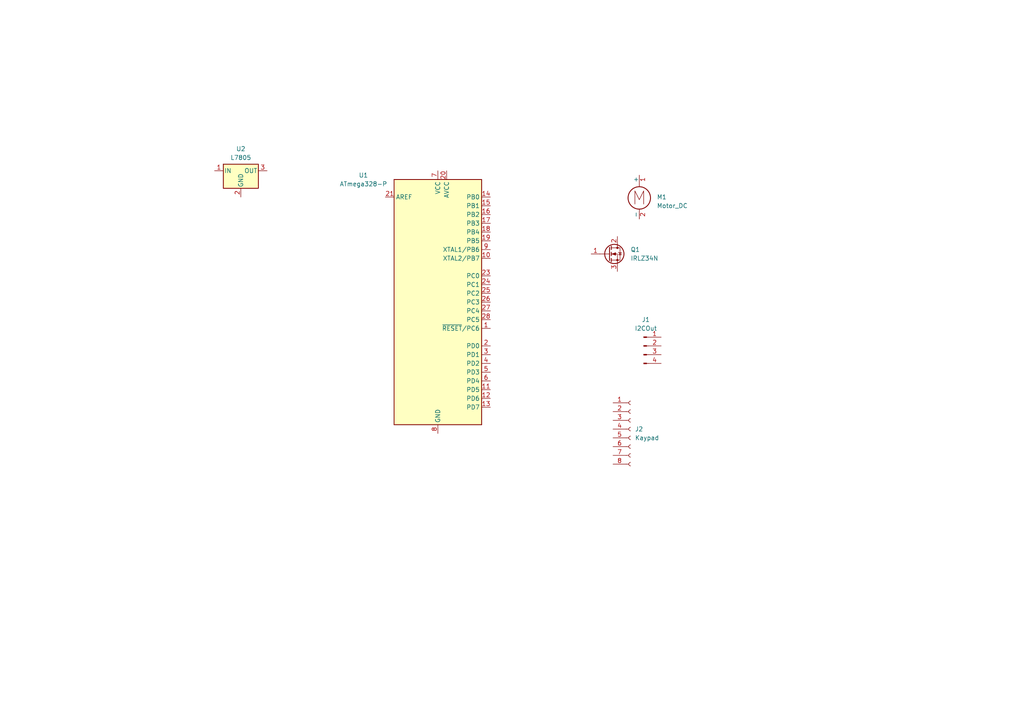
<source format=kicad_sch>
(kicad_sch (version 20231120) (generator "eeschema") (generator_version "8.0")
  (paper "A4")
  (lib_symbols
    (symbol "Connector:Conn_01x04_Pin" (pin_names (offset 1.016) hide)
      (property "Reference" "J" (at 0 5.08 0))
      (property "Value" "Conn_01x04_Pin" (at 0 -7.62 0))
      (symbol "Conn_01x04_Pin_1_1"
        (polyline (pts (xy 1.27 -5.08) (xy 0.8636 -5.08)) (stroke (width 0.1524)))
        (polyline (pts (xy 1.27 -2.54) (xy 0.8636 -2.54)) (stroke (width 0.1524)))
        (polyline (pts (xy 1.27 0) (xy 0.8636 0)) (stroke (width 0.1524)))
        (polyline (pts (xy 1.27 2.54) (xy 0.8636 2.54)) (stroke (width 0.1524)))
        (rectangle (start 0.8636 -4.953) (end 0 -5.207) (stroke (width 0.1524)) (fill (type outline)))
        (rectangle (start 0.8636 -2.413) (end 0 -2.667) (stroke (width 0.1524)) (fill (type outline)))
        (rectangle (start 0.8636 0.127) (end 0 -0.127) (stroke (width 0.1524)) (fill (type outline)))
        (rectangle (start 0.8636 2.667) (end 0 2.413) (stroke (width 0.1524)) (fill (type outline)))
        (pin passive line (at 5.08 2.54 180) (length 3.81) (name "Pin_1") (number "1"))
        (pin passive line (at 5.08 0 180) (length 3.81) (name "Pin_2") (number "2"))
        (pin passive line (at 5.08 -2.54 180) (length 3.81) (name "Pin_3") (number "3"))
        (pin passive line (at 5.08 -5.08 180) (length 3.81) (name "Pin_4") (number "4"))
      )
    )
    (symbol "Connector:Conn_01x08_Socket" (pin_names (offset 1.016) hide)
      (property "Reference" "J" (at 0 10.16 0))
      (property "Value" "Conn_01x08_Socket" (at 0 -12.7 0))
      (symbol "Conn_01x08_Socket_1_1"
        (arc (start 0 -9.652) (mid -0.5058 -10.16) (end 0 -10.668) (stroke (width 0.1524)))
        (arc (start 0 -7.112) (mid -0.5058 -7.62) (end 0 -8.128) (stroke (width 0.1524)))
        (arc (start 0 -4.572) (mid -0.5058 -5.08) (end 0 -5.588) (stroke (width 0.1524)))
        (arc (start 0 -2.032) (mid -0.5058 -2.54) (end 0 -3.048) (stroke (width 0.1524)))
        (polyline (pts (xy -1.27 -10.16) (xy -0.508 -10.16)) (stroke (width 0.1524)))
        (polyline (pts (xy -1.27 -7.62) (xy -0.508 -7.62)) (stroke (width 0.1524)))
        (polyline (pts (xy -1.27 -5.08) (xy -0.508 -5.08)) (stroke (width 0.1524)))
        (polyline (pts (xy -1.27 -2.54) (xy -0.508 -2.54)) (stroke (width 0.1524)))
        (polyline (pts (xy -1.27 0) (xy -0.508 0)) (stroke (width 0.1524)))
        (polyline (pts (xy -1.27 2.54) (xy -0.508 2.54)) (stroke (width 0.1524)))
        (polyline (pts (xy -1.27 5.08) (xy -0.508 5.08)) (stroke (width 0.1524)))
        (polyline (pts (xy -1.27 7.62) (xy -0.508 7.62)) (stroke (width 0.1524)))
        (arc (start 0 0.508) (mid -0.5058 0) (end 0 -0.508) (stroke (width 0.1524)))
        (arc (start 0 3.048) (mid -0.5058 2.54) (end 0 2.032) (stroke (width 0.1524)))
        (arc (start 0 5.588) (mid -0.5058 5.08) (end 0 4.572) (stroke (width 0.1524)))
        (arc (start 0 8.128) (mid -0.5058 7.62) (end 0 7.112) (stroke (width 0.1524)))
        (pin passive line (at -5.08 7.62 0) (length 3.81) (name "Pin_1") (number "1"))
        (pin passive line (at -5.08 5.08 0) (length 3.81) (name "Pin_2") (number "2"))
        (pin passive line (at -5.08 2.54 0) (length 3.81) (name "Pin_3") (number "3"))
        (pin passive line (at -5.08 0 0) (length 3.81) (name "Pin_4") (number "4"))
        (pin passive line (at -5.08 -2.54 0) (length 3.81) (name "Pin_5") (number "5"))
        (pin passive line (at -5.08 -5.08 0) (length 3.81) (name "Pin_6") (number "6"))
        (pin passive line (at -5.08 -7.62 0) (length 3.81) (name "Pin_7") (number "7"))
        (pin passive line (at -5.08 -10.16 0) (length 3.81) (name "Pin_8") (number "8"))
      )
    )
    (symbol "MCU_Microchip_ATmega:ATmega328-P"
      (property "Reference" "U" (at -12.7 36.83 0))
      (property "Value" "ATmega328-P" (at 2.54 -36.83 0))
      (symbol "ATmega328-P_0_1"
        (rectangle (start -12.7 -35.56) (end 12.7 35.56) (stroke (width 0.254)) (fill (type background)))
      )
      (symbol "ATmega328-P_1_1"
        (pin bidirectional line (at 15.24 -7.62 180) (length 2.54) (name "~{RESET}/PC6") (number "1"))
        (pin bidirectional line (at 15.24 12.7 180) (length 2.54) (name "XTAL2/PB7") (number "10"))
        (pin bidirectional line (at 15.24 -25.4 180) (length 2.54) (name "PD5") (number "11"))
        (pin bidirectional line (at 15.24 -27.94 180) (length 2.54) (name "PD6") (number "12"))
        (pin bidirectional line (at 15.24 -30.48 180) (length 2.54) (name "PD7") (number "13"))
        (pin bidirectional line (at 15.24 30.48 180) (length 2.54) (name "PB0") (number "14"))
        (pin bidirectional line (at 15.24 27.94 180) (length 2.54) (name "PB1") (number "15"))
        (pin bidirectional line (at 15.24 25.4 180) (length 2.54) (name "PB2") (number "16"))
        (pin bidirectional line (at 15.24 22.86 180) (length 2.54) (name "PB3") (number "17"))
        (pin bidirectional line (at 15.24 20.32 180) (length 2.54) (name "PB4") (number "18"))
        (pin bidirectional line (at 15.24 17.78 180) (length 2.54) (name "PB5") (number "19"))
        (pin bidirectional line (at 15.24 -12.7 180) (length 2.54) (name "PD0") (number "2"))
        (pin power_in line (at 2.54 38.1 270) (length 2.54) (name "AVCC") (number "20"))
        (pin passive line (at -15.24 30.48 0) (length 2.54) (name "AREF") (number "21"))
        (pin passive line (at 0 -38.1 90) (length 2.54) hide (name "GND") (number "22"))
        (pin bidirectional line (at 15.24 7.62 180) (length 2.54) (name "PC0") (number "23"))
        (pin bidirectional line (at 15.24 5.08 180) (length 2.54) (name "PC1") (number "24"))
        (pin bidirectional line (at 15.24 2.54 180) (length 2.54) (name "PC2") (number "25"))
        (pin bidirectional line (at 15.24 0 180) (length 2.54) (name "PC3") (number "26"))
        (pin bidirectional line (at 15.24 -2.54 180) (length 2.54) (name "PC4") (number "27"))
        (pin bidirectional line (at 15.24 -5.08 180) (length 2.54) (name "PC5") (number "28"))
        (pin bidirectional line (at 15.24 -15.24 180) (length 2.54) (name "PD1") (number "3"))
        (pin bidirectional line (at 15.24 -17.78 180) (length 2.54) (name "PD2") (number "4"))
        (pin bidirectional line (at 15.24 -20.32 180) (length 2.54) (name "PD3") (number "5"))
        (pin bidirectional line (at 15.24 -22.86 180) (length 2.54) (name "PD4") (number "6"))
        (pin power_in line (at 0 38.1 270) (length 2.54) (name "VCC") (number "7"))
        (pin power_in line (at 0 -38.1 90) (length 2.54) (name "GND") (number "8"))
        (pin bidirectional line (at 15.24 15.24 180) (length 2.54) (name "XTAL1/PB6") (number "9"))
      )
    )
    (symbol "Motor:Motor_DC" (pin_names (offset 0))
      (property "Reference" "M" (at 2.54 2.54 0))
      (property "Value" "Motor_DC" (at 2.54 -5.08 0))
      (symbol "Motor_DC_0_0"
        (polyline (pts (xy -1.27 -3.302) (xy -1.27 0.508) (xy 0 -2.032) (xy 1.27 0.508) (xy 1.27 -3.302)))
      )
      (symbol "Motor_DC_0_1"
        (circle (center 0 -1.524) (radius 3.2512) (stroke (width 0.254)))
        (polyline (pts (xy 0 -7.62) (xy 0 -7.112)))
        (polyline (pts (xy 0 -4.7752) (xy 0 -5.1816)))
        (polyline (pts (xy 0 1.7272) (xy 0 2.0828)))
        (polyline (pts (xy 0 2.032) (xy 0 2.54)))
      )
      (symbol "Motor_DC_1_1"
        (pin passive line (at 0 5.08 270) (length 2.54) (name "+") (number "1"))
        (pin passive line (at 0 -7.62 90) (length 2.54) (name "-") (number "2"))
      )
    )
    (symbol "Regulator_Linear:L7805" (pin_names (offset 0.254))
      (property "Reference" "U" (at -3.81 3.175 0))
      (property "Value" "L7805" (at 0 3.175 0))
      (symbol "L7805_0_1"
        (rectangle (start -5.08 1.905) (end 5.08 -5.08) (stroke (width 0.254)) (fill (type background)))
      )
      (symbol "L7805_1_1"
        (pin power_in line (at -7.62 0 0) (length 2.54) (name "IN") (number "1"))
        (pin power_in line (at 0 -7.62 90) (length 2.54) (name "GND") (number "2"))
        (pin power_out line (at 7.62 0 180) (length 2.54) (name "OUT") (number "3"))
      )
    )
    (symbol "Transistor_FET:IRLZ34N" (pin_names hide)
      (property "Reference" "Q" (at 5.08 1.905 0))
      (property "Value" "IRLZ34N" (at 5.08 0 0))
      (symbol "IRLZ34N_0_1"
        (polyline (pts (xy 0.254 0) (xy -2.54 0)))
        (polyline (pts (xy 0.254 1.905) (xy 0.254 -1.905)) (stroke (width 0.254)))
        (polyline (pts (xy 0.762 -1.27) (xy 0.762 -2.286)) (stroke (width 0.254)))
        (polyline (pts (xy 0.762 0.508) (xy 0.762 -0.508)) (stroke (width 0.254)))
        (polyline (pts (xy 0.762 2.286) (xy 0.762 1.27)) (stroke (width 0.254)))
        (polyline (pts (xy 2.54 2.54) (xy 2.54 1.778)))
        (polyline (pts (xy 2.54 -2.54) (xy 2.54 0) (xy 0.762 0)))
        (polyline (pts (xy 0.762 -1.778) (xy 3.302 -1.778) (xy 3.302 1.778) (xy 0.762 1.778)))
        (polyline (pts (xy 1.016 0) (xy 2.032 0.381) (xy 2.032 -0.381) (xy 1.016 0)) (fill (type outline)))
        (polyline (pts (xy 2.794 0.508) (xy 2.921 0.381) (xy 3.683 0.381) (xy 3.81 0.254)))
        (polyline (pts (xy 3.302 0.381) (xy 2.921 -0.254) (xy 3.683 -0.254) (xy 3.302 0.381)))
        (circle (center 1.651 0) (radius 2.794) (stroke (width 0.254)))
        (circle (center 2.54 -1.778) (radius 0.254) (fill (type outline)))
        (circle (center 2.54 1.778) (radius 0.254) (fill (type outline)))
      )
      (symbol "IRLZ34N_1_1"
        (pin input line (at -5.08 0 0) (length 2.54) (name "G") (number "1"))
        (pin passive line (at 2.54 5.08 270) (length 2.54) (name "D") (number "2"))
        (pin passive line (at 2.54 -5.08 90) (length 2.54) (name "S") (number "3"))
      )
    )
  )
  (symbol (lib_id "Connector:Conn_01x08_Socket") (at 182.88 124.46 0) (unit 1)
    (property "Reference" "J2" (at 184.15 124.4599 0) (effects (justify left)))
    (property "Value" "Kaypad" (at 184.15 126.9999 0) (effects (justify left)))
    (property "Description" "Generic connector, single row, 01x08, script generated" (effects (hide yes)))
  )
  (symbol (lib_id "Regulator_Linear:L7805") (at 69.85 49.53 0) (unit 1)
    (property "Reference" "U2" (at 69.85 43.18 0))
    (property "Value" "L7805" (at 69.85 45.72 0))
    (property "Datasheet" "http://www.st.com/content/ccc/resource/technical/document/datasheet/41/4f/b3/b0/12/d4/47/88/CD00000444.pdf/files/CD00000444.pdf/jcr:content/translations/en.CD00000444.pdf" (effects (hide yes)))
    (property "Description" "Positive 1.5A 35V Linear Regulator, Fixed Output 5V, TO-220/TO-263/TO-252" (effects (hide yes)))
  )
  (symbol (lib_id "Connector:Conn_01x04_Pin") (at 186.69 100.33 0) (unit 1)
    (property "Reference" "J1" (at 187.325 92.71 0))
    (property "Value" "I2COut" (at 187.325 95.25 0))
    (property "Description" "Generic connector, single row, 01x04, script generated" (effects (hide yes)))
  )
  (symbol (lib_id "Motor:Motor_DC") (at 185.42 55.88 0) (unit 1)
    (property "Reference" "M1" (at 190.5 57.1499 0) (effects (justify left)))
    (property "Value" "Motor_DC" (at 190.5 59.6899 0) (effects (justify left)))
    (property "Description" "DC Motor" (effects (hide yes)))
  )
  (symbol (lib_id "Transistor_FET:IRLZ34N") (at 176.53 73.66 0) (unit 1)
    (property "Reference" "Q1" (at 182.88 72.3899 0) (effects (justify left)))
    (property "Value" "IRLZ34N" (at 182.88 74.9299 0) (effects (justify left)))
    (property "Footprint" "Package_TO_SOT_THT:TO-220-3_Vertical" (effects (hide yes)))
    (property "Datasheet" "http://www.infineon.com/dgdl/irlz34npbf.pdf?fileId=5546d462533600a40153567206892720" (effects (hide yes)))
    (property "Description" "30A Id, 55V Vds, 35mOhm Rds, N-Channel HEXFET Power MOSFET, TO-220AB" (effects (hide yes)))
  )
  (symbol (lib_id "MCU_Microchip_ATmega:ATmega328-P") (at 127 87.63 0) (unit 1)
    (property "Reference" "U1" (at 105.41 50.8314 0))
    (property "Value" "ATmega328-P" (at 105.41 53.3714 0))
    (property "Footprint" "Package_DIP:DIP-28_W7.62mm" (effects (hide yes)))
    (property "Datasheet" "http://ww1.microchip.com/downloads/en/DeviceDoc/ATmega328_P%20AVR%20MCU%20with%20picoPower%20Technology%20Data%20Sheet%2040001984A.pdf" (effects (hide yes)))
    (property "Description" "20MHz, 32kB Flash, 2kB SRAM, 1kB EEPROM, DIP-28" (effects (hide yes)))
  )
)
</source>
